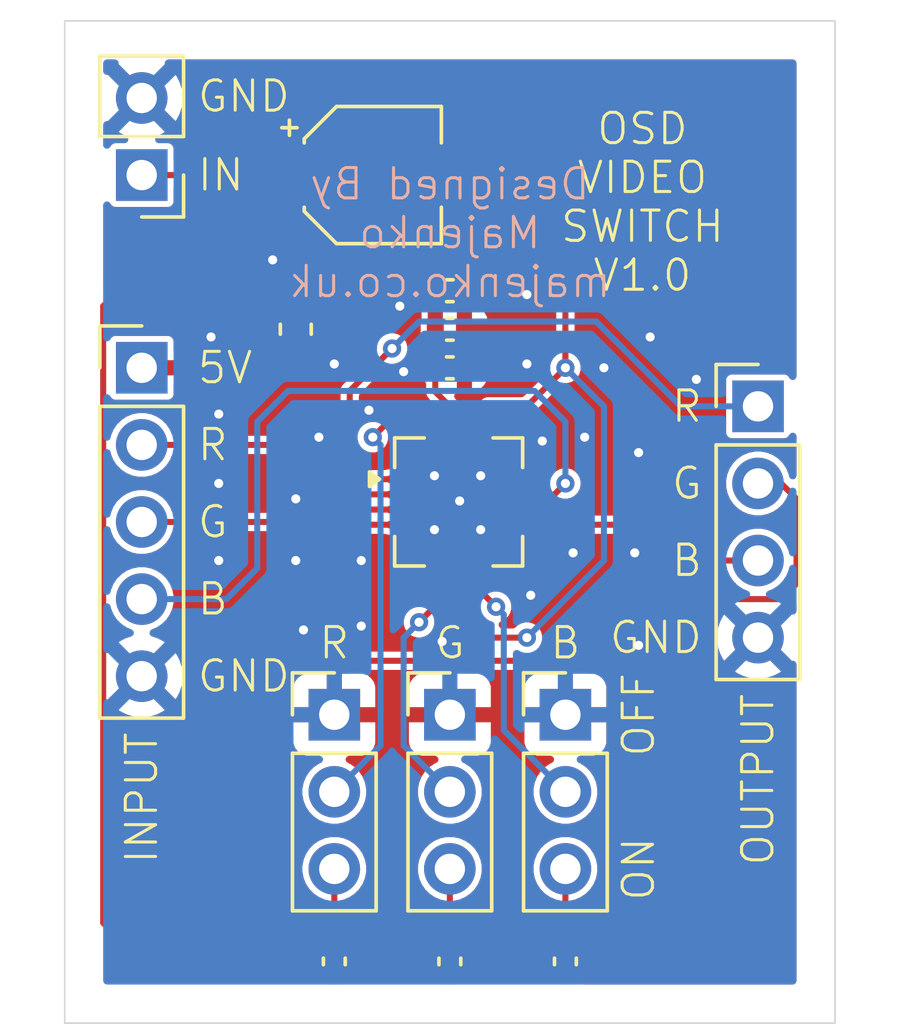
<source format=kicad_pcb>
(kicad_pcb (version 20241229) (generator "pcbnew") (generator_version "9.0")
  (layers (0 "F.Cu" signal) (2 "B.Cu" signal) (13 "F.Paste" user) (15 "B.Paste" user) (5 "F.SilkS" user "F.Silkscreen") (7 "B.SilkS" user "B.Silkscreen") (1 "F.Mask" user) (3 "B.Mask" user) (25 "Edge.Cuts" user))
  (net 0 "")
  (net 1 "+5V")
  (net 2 "GND")
  (net 3 "/GREEN_IN")
  (net 4 "/RED_IN")
  (net 5 "/BLUE_OUT")
  (net 6 "Net-(IC1-S2A)")
  (net 7 "Net-(IC1-S3A)")
  (net 8 "/OSD_VID")
  (net 9 "Net-(IC1-S1A)")
  (net 10 "/GREEN_OUT")
  (net 11 "/RED_OUT")
  (net 12 "/BLUE_IN")
  (net 13 "Net-(J1-Pin_3)")
  (net 14 "Net-(J2-Pin_3)")
  (net 15 "Net-(J3-Pin_3)")
  (net 16 "Net-(J4-Pin_1)")
  (footprint "Capacitor_SMD:C_0402_1005Metric" (layer "F.Cu") (at 165.1 90.17)
    (property "Reference" "C1" (hide yes))
    (property "Value" "1nF")
    (fp_line (start -0.107836 -0.36) (end 0.107836 -0.36) (stroke (width 0.12)) (layer "F.SilkS"))
    (fp_line (start -0.107836 0.36) (end 0.107836 0.36) (stroke (width 0.12)) (layer "F.SilkS"))
    (pad "1" smd roundrect (at -0.48 0) (size 0.56 0.62) (layers "F.Cu" "F.Mask" "F.Paste") (net 1 "+5V"))
    (pad "2" smd roundrect (at 0.48 0) (size 0.56 0.62) (layers "F.Cu" "F.Mask" "F.Paste") (net 2 "GND"))
  )
  (footprint "Capacitor_SMD:C_0402_1005Metric" (layer "F.Cu") (at 165.1 88.9)
    (property "Reference" "C2" (hide yes))
    (property "Value" "10nF")
    (fp_line (start -0.107836 -0.36) (end 0.107836 -0.36) (stroke (width 0.12)) (layer "F.SilkS"))
    (fp_line (start -0.107836 0.36) (end 0.107836 0.36) (stroke (width 0.12)) (layer "F.SilkS"))
    (pad "1" smd roundrect (at -0.48 0) (size 0.56 0.62) (layers "F.Cu" "F.Mask" "F.Paste") (net 1 "+5V"))
    (pad "2" smd roundrect (at 0.48 0) (size 0.56 0.62) (layers "F.Cu" "F.Mask" "F.Paste") (net 2 "GND"))
  )
  (footprint "Capacitor_SMD:CP_Elec_4x5.4" (layer "F.Cu") (at 162.56 83.82)
    (property "Reference" "C4" (hide yes))
    (property "Value" "1uF")
    (fp_line (start -3 -1.56) (end -2.5 -1.56) (stroke (width 0.12)) (layer "F.SilkS"))
    (fp_line (start -2.75 -1.81) (end -2.75 -1.31) (stroke (width 0.12)) (layer "F.SilkS"))
    (fp_line (start -2.26 -1.195563) (end -2.26 -1.06) (stroke (width 0.12)) (layer "F.SilkS"))
    (fp_line (start -2.26 -1.195563) (end -1.195563 -2.26) (stroke (width 0.12)) (layer "F.SilkS"))
    (fp_line (start -2.26 1.195563) (end -2.26 1.06) (stroke (width 0.12)) (layer "F.SilkS"))
    (fp_line (start -2.26 1.195563) (end -1.195563 2.26) (stroke (width 0.12)) (layer "F.SilkS"))
    (fp_line (start -1.195563 -2.26) (end 2.26 -2.26) (stroke (width 0.12)) (layer "F.SilkS"))
    (fp_line (start -1.195563 2.26) (end 2.26 2.26) (stroke (width 0.12)) (layer "F.SilkS"))
    (fp_line (start 2.26 -2.26) (end 2.26 -1.06) (stroke (width 0.12)) (layer "F.SilkS"))
    (fp_line (start 2.26 2.26) (end 2.26 1.06) (stroke (width 0.12)) (layer "F.SilkS"))
    (pad "1" smd roundrect (at -1.8 0) (size 2.6 1.6) (layers "F.Cu" "F.Mask" "F.Paste") (roundrect_rratio 0.15625) (net 1 "+5V"))
    (pad "2" smd roundrect (at 1.8 0) (size 2.6 1.6) (layers "F.Cu" "F.Mask" "F.Paste") (roundrect_rratio 0.15625) (net 2 "GND"))
  )
  (footprint "Inductor_SMD:L_0603_1608Metric" (layer "F.Cu") (at 160.02 88.9 90)
    (property "Reference" "L1" (hide yes))
    (property "Value" "L_Ferrite")
    (fp_line (start -0.162779 -0.51) (end 0.162779 -0.51) (stroke (width 0.12)) (layer "F.SilkS"))
    (fp_line (start -0.162779 0.51) (end 0.162779 0.51) (stroke (width 0.12)) (layer "F.SilkS"))
    (pad "1" smd roundrect (at -0.7875 0 90) (size 0.875 0.95) (layers "F.Cu" "F.Mask" "F.Paste") (net 16 "Net-(J4-Pin_1)"))
    (pad "2" smd roundrect (at 0.7875 0 90) (size 0.875 0.95) (layers "F.Cu" "F.Mask" "F.Paste") (net 1 "+5V"))
  )
  (footprint "Connector_PinHeader_2.54mm:PinHeader_1x05_P2.54mm_Vertical" (layer "F.Cu") (at 154.94 90.17)
    (property "Reference" "J4" (hide yes))
    (property "Value" "Conn_01x05")
    (fp_line (start -1.38 -1.38) (end 0 -1.38) (stroke (width 0.12)) (layer "F.SilkS"))
    (fp_line (start -1.38 0) (end -1.38 -1.38) (stroke (width 0.12)) (layer "F.SilkS"))
    (fp_line (start -1.38 1.27) (end -1.38 11.54) (stroke (width 0.12)) (layer "F.SilkS"))
    (fp_line (start -1.38 1.27) (end 1.38 1.27) (stroke (width 0.12)) (layer "F.SilkS"))
    (fp_line (start -1.38 11.54) (end 1.38 11.54) (stroke (width 0.12)) (layer "F.SilkS"))
    (fp_line (start 1.38 1.27) (end 1.38 11.54) (stroke (width 0.12)) (layer "F.SilkS"))
    (pad "1" thru_hole rect (at 0 0) (size 1.7 1.7) (drill 1) (layers "*.Cu" "*.Mask") (net 16 "Net-(J4-Pin_1)"))
    (pad "2" thru_hole circle (at 0 2.54) (size 1.7 1.7) (drill 1) (layers "*.Cu" "*.Mask") (net 4 "/RED_IN"))
    (pad "3" thru_hole circle (at 0 5.08) (size 1.7 1.7) (drill 1) (layers "*.Cu" "*.Mask") (net 3 "/GREEN_IN"))
    (pad "4" thru_hole circle (at 0 7.62) (size 1.7 1.7) (drill 1) (layers "*.Cu" "*.Mask") (net 12 "/BLUE_IN"))
    (pad "5" thru_hole circle (at 0 10.16) (size 1.7 1.7) (drill 1) (layers "*.Cu" "*.Mask") (net 2 "GND"))
  )
  (footprint "Connector_PinHeader_2.54mm:PinHeader_1x03_P2.54mm_Vertical" (layer "F.Cu") (at 168.91 101.6)
    (property "Reference" "J3" (hide yes))
    (property "Value" "Conn_01x03_Pin")
    (fp_line (start -1.38 -1.38) (end 0 -1.38) (stroke (width 0.12)) (layer "F.SilkS"))
    (fp_line (start -1.38 0) (end -1.38 -1.38) (stroke (width 0.12)) (layer "F.SilkS"))
    (fp_line (start -1.38 1.27) (end -1.38 6.46) (stroke (width 0.12)) (layer "F.SilkS"))
    (fp_line (start -1.38 1.27) (end 1.38 1.27) (stroke (width 0.12)) (layer "F.SilkS"))
    (fp_line (start -1.38 6.46) (end 1.38 6.46) (stroke (width 0.12)) (layer "F.SilkS"))
    (fp_line (start 1.38 1.27) (end 1.38 6.46) (stroke (width 0.12)) (layer "F.SilkS"))
    (pad "1" thru_hole rect (at 0 0) (size 1.7 1.7) (drill 1) (layers "*.Cu" "*.Mask") (net 2 "GND"))
    (pad "2" thru_hole circle (at 0 2.54) (size 1.7 1.7) (drill 1) (layers "*.Cu" "*.Mask") (net 7 "Net-(IC1-S3A)"))
    (pad "3" thru_hole circle (at 0 5.08) (size 1.7 1.7) (drill 1) (layers "*.Cu" "*.Mask") (net 15 "Net-(J3-Pin_3)"))
  )
  (footprint "Capacitor_SMD:C_0402_1005Metric" (layer "F.Cu") (at 161.29 109.728 90)
    (property "Reference" "R2" (hide yes))
    (property "Value" "470R")
    (fp_line (start -0.107836 -0.36) (end 0.107836 -0.36) (stroke (width 0.12)) (layer "F.SilkS"))
    (fp_line (start -0.107836 0.36) (end 0.107836 0.36) (stroke (width 0.12)) (layer "F.SilkS"))
    (pad "1" smd roundrect (at -0.48 0 90) (size 0.56 0.62) (layers "F.Cu" "F.Mask" "F.Paste") (net 1 "+5V"))
    (pad "2" smd roundrect (at 0.48 0 90) (size 0.56 0.62) (layers "F.Cu" "F.Mask" "F.Paste") (net 13 "Net-(J1-Pin_3)"))
  )
  (footprint "Capacitor_SMD:C_0402_1005Metric" (layer "F.Cu") (at 168.91 109.728 90)
    (property "Reference" "R3" (hide yes))
    (property "Value" "470R")
    (fp_line (start -0.107836 -0.36) (end 0.107836 -0.36) (stroke (width 0.12)) (layer "F.SilkS"))
    (fp_line (start -0.107836 0.36) (end 0.107836 0.36) (stroke (width 0.12)) (layer "F.SilkS"))
    (pad "1" smd roundrect (at -0.48 0 90) (size 0.56 0.62) (layers "F.Cu" "F.Mask" "F.Paste") (net 1 "+5V"))
    (pad "2" smd roundrect (at 0.48 0 90) (size 0.56 0.62) (layers "F.Cu" "F.Mask" "F.Paste") (net 15 "Net-(J3-Pin_3)"))
  )
  (footprint "Connector_PinHeader_2.54mm:PinHeader_1x03_P2.54mm_Vertical" (layer "F.Cu") (at 161.29 101.6)
    (property "Reference" "J1" (hide yes))
    (property "Value" "Conn_01x03_Pin")
    (fp_line (start -1.38 -1.38) (end 0 -1.38) (stroke (width 0.12)) (layer "F.SilkS"))
    (fp_line (start -1.38 0) (end -1.38 -1.38) (stroke (width 0.12)) (layer "F.SilkS"))
    (fp_line (start -1.38 1.27) (end -1.38 6.46) (stroke (width 0.12)) (layer "F.SilkS"))
    (fp_line (start -1.38 1.27) (end 1.38 1.27) (stroke (width 0.12)) (layer "F.SilkS"))
    (fp_line (start -1.38 6.46) (end 1.38 6.46) (stroke (width 0.12)) (layer "F.SilkS"))
    (fp_line (start 1.38 1.27) (end 1.38 6.46) (stroke (width 0.12)) (layer "F.SilkS"))
    (pad "1" thru_hole rect (at 0 0) (size 1.7 1.7) (drill 1) (layers "*.Cu" "*.Mask") (net 2 "GND"))
    (pad "2" thru_hole circle (at 0 2.54) (size 1.7 1.7) (drill 1) (layers "*.Cu" "*.Mask") (net 9 "Net-(IC1-S1A)"))
    (pad "3" thru_hole circle (at 0 5.08) (size 1.7 1.7) (drill 1) (layers "*.Cu" "*.Mask") (net 13 "Net-(J1-Pin_3)"))
  )
  (footprint "Connector_PinHeader_2.54mm:PinHeader_1x04_P2.54mm_Vertical" (layer "F.Cu") (at 175.26 91.44)
    (property "Reference" "J5" (hide yes))
    (property "Value" "Conn_01x04")
    (fp_line (start -1.38 -1.38) (end 0 -1.38) (stroke (width 0.12)) (layer "F.SilkS"))
    (fp_line (start -1.38 0) (end -1.38 -1.38) (stroke (width 0.12)) (layer "F.SilkS"))
    (fp_line (start -1.38 1.27) (end -1.38 9) (stroke (width 0.12)) (layer "F.SilkS"))
    (fp_line (start -1.38 1.27) (end 1.38 1.27) (stroke (width 0.12)) (layer "F.SilkS"))
    (fp_line (start -1.38 9) (end 1.38 9) (stroke (width 0.12)) (layer "F.SilkS"))
    (fp_line (start 1.38 1.27) (end 1.38 9) (stroke (width 0.12)) (layer "F.SilkS"))
    (pad "1" thru_hole rect (at 0 0) (size 1.7 1.7) (drill 1) (layers "*.Cu" "*.Mask") (net 11 "/RED_OUT"))
    (pad "2" thru_hole circle (at 0 2.54) (size 1.7 1.7) (drill 1) (layers "*.Cu" "*.Mask") (net 10 "/GREEN_OUT"))
    (pad "3" thru_hole circle (at 0 5.08) (size 1.7 1.7) (drill 1) (layers "*.Cu" "*.Mask") (net 5 "/BLUE_OUT"))
    (pad "4" thru_hole circle (at 0 7.62) (size 1.7 1.7) (drill 1) (layers "*.Cu" "*.Mask") (net 2 "GND"))
  )
  (footprint "Capacitor_SMD:C_0402_1005Metric" (layer "F.Cu") (at 165.1 109.728 90)
    (property "Reference" "R1" (hide yes))
    (property "Value" "470R")
    (fp_line (start -0.107836 -0.36) (end 0.107836 -0.36) (stroke (width 0.12)) (layer "F.SilkS"))
    (fp_line (start -0.107836 0.36) (end 0.107836 0.36) (stroke (width 0.12)) (layer "F.SilkS"))
    (pad "1" smd roundrect (at -0.48 0 90) (size 0.56 0.62) (layers "F.Cu" "F.Mask" "F.Paste") (net 1 "+5V"))
    (pad "2" smd roundrect (at 0.48 0 90) (size 0.56 0.62) (layers "F.Cu" "F.Mask" "F.Paste") (net 14 "Net-(J2-Pin_3)"))
  )
  (footprint "Connector_PinHeader_2.54mm:PinHeader_1x03_P2.54mm_Vertical" (layer "F.Cu") (at 165.1 101.6)
    (property "Reference" "J2" (hide yes))
    (property "Value" "Conn_01x03_Pin")
    (fp_line (start -1.38 -1.38) (end 0 -1.38) (stroke (width 0.12)) (layer "F.SilkS"))
    (fp_line (start -1.38 0) (end -1.38 -1.38) (stroke (width 0.12)) (layer "F.SilkS"))
    (fp_line (start -1.38 1.27) (end -1.38 6.46) (stroke (width 0.12)) (layer "F.SilkS"))
    (fp_line (start -1.38 1.27) (end 1.38 1.27) (stroke (width 0.12)) (layer "F.SilkS"))
    (fp_line (start -1.38 6.46) (end 1.38 6.46) (stroke (width 0.12)) (layer "F.SilkS"))
    (fp_line (start 1.38 1.27) (end 1.38 6.46) (stroke (width 0.12)) (layer "F.SilkS"))
    (pad "1" thru_hole rect (at 0 0) (size 1.7 1.7) (drill 1) (layers "*.Cu" "*.Mask") (net 2 "GND"))
    (pad "2" thru_hole circle (at 0 2.54) (size 1.7 1.7) (drill 1) (layers "*.Cu" "*.Mask") (net 6 "Net-(IC1-S2A)"))
    (pad "3" thru_hole circle (at 0 5.08) (size 1.7 1.7) (drill 1) (layers "*.Cu" "*.Mask") (net 14 "Net-(J2-Pin_3)"))
  )
  (footprint "Capacitor_SMD:C_0402_1005Metric" (layer "F.Cu") (at 165.1 87.63)
    (property "Reference" "C3" (hide yes))
    (property "Value" "100nF")
    (fp_line (start -0.107836 -0.36) (end 0.107836 -0.36) (stroke (width 0.12)) (layer "F.SilkS"))
    (fp_line (start -0.107836 0.36) (end 0.107836 0.36) (stroke (width 0.12)) (layer "F.SilkS"))
    (pad "1" smd roundrect (at -0.48 0) (size 0.56 0.62) (layers "F.Cu" "F.Mask" "F.Paste") (net 1 "+5V"))
    (pad "2" smd roundrect (at 0.48 0) (size 0.56 0.62) (layers "F.Cu" "F.Mask" "F.Paste") (net 2 "GND"))
  )
  (footprint "Package_DFN_QFN:QFN-16-1EP_4x4mm_P0.5mm_EP2.45x2.45mm" (layer "F.Cu") (at 165.39 94.59)
    (property "Reference" "IC1" (hide yes))
    (property "Value" "ADG1633BCPZ-REEL7")
    (fp_line (start -2.11 -2.11) (end -1.135 -2.11) (stroke (width 0.12)) (layer "F.SilkS"))
    (fp_line (start -2.11 -1.135) (end -2.11 -2.11) (stroke (width 0.12)) (layer "F.SilkS"))
    (fp_line (start -2.11 2.11) (end -2.11 1.135) (stroke (width 0.12)) (layer "F.SilkS"))
    (fp_line (start -1.135 2.11) (end -2.11 2.11) (stroke (width 0.12)) (layer "F.SilkS"))
    (fp_line (start 1.135 -2.11) (end 2.11 -2.11) (stroke (width 0.12)) (layer "F.SilkS"))
    (fp_line (start 2.11 -2.11) (end 2.11 -1.135) (stroke (width 0.12)) (layer "F.SilkS"))
    (fp_line (start 2.11 1.135) (end 2.11 2.11) (stroke (width 0.12)) (layer "F.SilkS"))
    (fp_line (start 2.11 2.11) (end 1.135 2.11) (stroke (width 0.12)) (layer "F.SilkS"))
    (fp_poly (pts (xy -2.61 -0.75) (xy -2.94 -0.51) (xy -2.94 -0.99)) (stroke (width 0.12)) (fill yes) (layer "F.SilkS"))
    (pad "1" smd roundrect (at -1.95 -0.75) (size 0.8 0.25) (layers "F.Cu" "F.Mask" "F.Paste") (net 11 "/RED_OUT"))
    (pad "2" smd roundrect (at -1.95 -0.25) (size 0.8 0.25) (layers "F.Cu" "F.Mask" "F.Paste") (net 4 "/RED_IN"))
    (pad "3" smd roundrect (at -1.95 0.25) (size 0.8 0.25) (layers "F.Cu" "F.Mask" "F.Paste") (net 3 "/GREEN_IN"))
    (pad "4" smd roundrect (at -1.95 0.75) (size 0.8 0.25) (layers "F.Cu" "F.Mask" "F.Paste") (net 10 "/GREEN_OUT"))
    (pad "5" smd roundrect (at -0.75 1.95) (size 0.25 0.8) (layers "F.Cu" "F.Mask" "F.Paste") (net 6 "Net-(IC1-S2A)"))
    (pad "6" smd roundrect (at -0.25 1.95) (size 0.25 0.8) (layers "F.Cu" "F.Mask" "F.Paste") (net 8 "/OSD_VID"))
    (pad "7" smd roundrect (at 0.25 1.95) (size 0.25 0.8) (layers "F.Cu" "F.Mask" "F.Paste") (net 8 "/OSD_VID"))
    (pad "8" smd roundrect (at 0.75 1.95) (size 0.25 0.8) (layers "F.Cu" "F.Mask" "F.Paste") (net 7 "Net-(IC1-S3A)"))
    (pad "9" smd roundrect (at 1.95 0.75) (size 0.8 0.25) (layers "F.Cu" "F.Mask" "F.Paste") (net 5 "/BLUE_OUT"))
    (pad "10" smd roundrect (at 1.95 0.25) (size 0.8 0.25) (layers "F.Cu" "F.Mask" "F.Paste") (net 12 "/BLUE_IN"))
    (pad "11" smd roundrect (at 1.95 -0.25) (size 0.8 0.25) (layers "F.Cu" "F.Mask" "F.Paste") (net 2 "GND"))
    (pad "12" smd roundrect (at 1.95 -0.75) (size 0.8 0.25) (layers "F.Cu" "F.Mask" "F.Paste") (net 2 "GND"))
    (pad "13" smd roundrect (at 0.75 -1.95) (size 0.25 0.8) (layers "F.Cu" "F.Mask" "F.Paste") (net 8 "/OSD_VID"))
    (pad "14" smd roundrect (at 0.25 -1.95) (size 0.25 0.8) (layers "F.Cu" "F.Mask" "F.Paste") (net 2 "GND"))
    (pad "15" smd roundrect (at -0.25 -1.95) (size 0.25 0.8) (layers "F.Cu" "F.Mask" "F.Paste") (net 1 "+5V"))
    (pad "16" smd roundrect (at -0.75 -1.95) (size 0.25 0.8) (layers "F.Cu" "F.Mask" "F.Paste") (net 9 "Net-(IC1-S1A)"))
    (pad "17" smd rect (at 0 0) (size 2.45 2.45) (property pad_prop_heatsink) (layers "F.Cu" "F.Mask") (net 2 "GND"))
  )
  (footprint "Connector_PinHeader_2.54mm:PinHeader_1x02_P2.54mm_Vertical" (layer "F.Cu") (at 154.94 83.82 180)
    (property "Reference" "J6" (hide yes))
    (property "Value" "Conn_01x02")
    (fp_line (start 1.38 1.27) (end 1.38 3.92) (stroke (width 0.12)) (layer "F.SilkS"))
    (fp_line (start -1.38 3.92) (end 1.38 3.92) (stroke (width 0.12)) (layer "F.SilkS"))
    (fp_line (start -1.38 1.27) (end 1.38 1.27) (stroke (width 0.12)) (layer "F.SilkS"))
    (fp_line (start -1.38 1.27) (end -1.38 3.92) (stroke (width 0.12)) (layer "F.SilkS"))
    (fp_line (start -1.38 0) (end -1.38 -1.38) (stroke (width 0.12)) (layer "F.SilkS"))
    (fp_line (start -1.38 -1.38) (end 0 -1.38) (stroke (width 0.12)) (layer "F.SilkS"))
    (pad "1" thru_hole rect (at 0 0 180) (size 1.7 1.7) (drill 1) (layers "*.Cu" "*.Mask") (net 8 "/OSD_VID"))
    (pad "2" thru_hole circle (at 0 2.54 180) (size 1.7 1.7) (drill 1) (layers "*.Cu" "*.Mask") (net 2 "GND"))
  )
  (gr_line (start 152.4 111.76) (end 152.4 78.74) (stroke (width 0.05)) (layer "Edge.Cuts"))
  (gr_line (start 152.4 78.74) (end 177.8 78.74) (stroke (width 0.05)) (layer "Edge.Cuts"))
  (gr_line (start 177.8 111.76) (end 152.4 111.76) (stroke (width 0.05)) (layer "Edge.Cuts"))
  (gr_line (start 177.8 78.74) (end 177.8 111.76) (stroke (width 0.05)) (layer "Edge.Cuts"))
  (gr_text "G" (at 156.718 95.25 0) (layer "F.SilkS") (effects (font (size 1 1) (thickness 0.1)) (justify left)))
  (gr_text "G" (at 165.1 99.822 0) (layer "F.SilkS") (effects (font (size 1 1) (thickness 0.1)) (justify bottom)))
  (gr_text "GND" (at 173.482 99.06 0) (layer "F.SilkS") (effects (font (size 1 1) (thickness 0.1)) (justify right)))
  (gr_text "ON" (at 171.323 106.68 90) (layer "F.SilkS") (effects (font (size 1 1) (thickness 0.1))))
  (gr_text "R" (at 173.482 91.44 0) (layer "F.SilkS") (effects (font (size 1 1) (thickness 0.1)) (justify right)))
  (gr_text "B" (at 173.482 96.52 0) (layer "F.SilkS") (effects (font (size 1 1) (thickness 0.1)) (justify right)))
  (gr_text "B" (at 168.91 99.822 0) (layer "F.SilkS") (effects (font (size 1 1) (thickness 0.1)) (justify bottom)))
  (gr_text "B" (at 156.718 97.79 0) (layer "F.SilkS") (effects (font (size 1 1) (thickness 0.1)) (justify left)))
  (gr_text "GND" (at 156.718 81.225 0) (layer "F.SilkS") (effects (font (size 1 1) (thickness 0.1)) (justify left)))
  (gr_text "5V" (at 156.718 90.17 0) (layer "F.SilkS") (effects (font (size 1 1) (thickness 0.1)) (justify left)))
  (gr_text "G" (at 173.482 93.98 0) (layer "F.SilkS") (effects (font (size 1 1) (thickness 0.1)) (justify right)))
  (gr_text "R" (at 161.29 99.822 0) (layer "F.SilkS") (effects (font (size 1 1) (thickness 0.1)) (justify bottom)))
  (gr_text "R" (at 156.718 92.71 0) (layer "F.SilkS") (effects (font (size 1 1) (thickness 0.1)) (justify left)))
  (gr_text "INPUT" (at 154.94 102.108 90) (layer "F.SilkS") (effects (font (size 1 1) (thickness 0.1)) (justify right)))
  (gr_text "IN" (at 156.718 83.82 0) (layer "F.SilkS") (effects (font (size 1 1) (thickness 0.1)) (justify left)))
  (gr_text "OUTPUT" (at 175.26 100.838 90) (layer "F.SilkS") (effects (font (size 1 1) (thickness 0.1)) (justify right)))
  (gr_text "OFF" (at 171.323 101.6 90) (layer "F.SilkS") (effects (font (size 1 1) (thickness 0.1))))
  (gr_text "GND" (at 156.718 100.33 0) (layer "F.SilkS") (effects (font (size 1 1) (thickness 0.1)) (justify left)))
  (gr_text "OSD\nVIDEO\nSWITCH\nV1.0" (at 171.45 84.709 0) (layer "F.SilkS") (effects (font (size 1 1) (thickness 0.1))))
  (gr_text "Designed By\nMajenko\nmajenko.co.uk" (at 165.1 85.725 0) (layer "B.SilkS") (effects (font (size 1 1) (thickness 0.1)) (justify mirror)))
  (segment (start 158.496 86.36) (end 158.496 84.312) (width 0.2) (layer "F.Cu") (net 1))
  (segment (start 164.62 87.68) (end 164.62 90.17) (width 0.5) (layer "F.Cu") (net 1))
  (segment (start 165.14 91.48) (end 164.62 90.96) (width 0.2) (layer "F.Cu") (net 1))
  (segment (start 168.91 110.208) (end 161.29 110.208) (width 0.2) (layer "F.Cu") (net 1))
  (segment (start 160.02 88.1125) (end 160.02 84.56) (width 0.5) (layer "F.Cu") (net 1))
  (segment (start 158.496 84.312) (end 158.988 83.82) (width 0.2) (layer "F.Cu") (net 1))
  (segment (start 158.988 83.82) (end 160.76 83.82) (width 0.2) (layer "F.Cu") (net 1))
  (segment (start 160.76 83.82) (end 164.57 87.63) (width 0.5) (layer "F.Cu") (net 1))
  (segment (start 154.432 87.376) (end 157.48 87.376) (width 0.2) (layer "F.Cu") (net 1))
  (segment (start 160.02 84.56) (end 160.76 83.82) (width 0.5) (layer "F.Cu") (net 1))
  (segment (start 164.57 87.63) (end 164.62 87.63) (width 0.5) (layer "F.Cu") (net 1))
  (segment (start 153.67 108.458) (end 153.67 88.138) (width 0.2) (layer "F.Cu") (net 1))
  (segment (start 164.62 90.96) (end 164.62 90.17) (width 0.2) (layer "F.Cu") (net 1))
  (segment (start 165.14 92.64) (end 165.14 92.224202) (width 0.2) (layer "F.Cu") (net 1))
  (segment (start 161.29 110.208) (end 155.42 110.208) (width 0.2) (layer "F.Cu") (net 1))
  (segment (start 165.14 92.64) (end 165.14 91.48) (width 0.2) (layer "F.Cu") (net 1))
  (segment (start 157.48 87.376) (end 158.496 86.36) (width 0.2) (layer "F.Cu") (net 1))
  (segment (start 155.42 110.208) (end 153.67 108.458) (width 0.2) (layer "F.Cu") (net 1))
  (segment (start 164.57 87.63) (end 164.62 87.68) (width 0.5) (layer "F.Cu") (net 1))
  (segment (start 153.67 88.138) (end 154.432 87.376) (width 0.2) (layer "F.Cu") (net 1))
  (segment (start 166.14 93.84) (end 165.39 94.59) (width 0.2) (layer "F.Cu") (net 2))
  (segment (start 165.64 92.64) (end 165.64 94.34) (width 0.2) (layer "F.Cu") (net 2))
  (segment (start 167.34 94.34) (end 165.64 94.34) (width 0.2) (layer "F.Cu") (net 2))
  (segment (start 165.64 94.34) (end 165.423 94.557) (width 0.2) (layer "F.Cu") (net 2))
  (segment (start 167.34 93.84) (end 166.14 93.84) (width 0.2) (layer "F.Cu") (net 2))
  (segment (start 165.423 94.557) (end 165.39 94.59) (width 0.2) (layer "F.Cu") (net 2))
  (via (at 161.29 90.043) (size 0.6) (drill 0.3) (layers "F.Cu" "B.Cu") (net 2))
  (via (at 166.116 93.726) (size 0.6) (drill 0.3) (layers "F.Cu" "B.Cu") (net 2))
  (via (at 169.545 92.456) (size 0.6) (drill 0.3) (layers "F.Cu" "B.Cu") (net 2))
  (via (at 165.423 94.557) (size 0.6) (drill 0.3) (layers "F.Cu" "B.Cu") (net 2))
  (via (at 171.323 99.314) (size 0.6) (drill 0.3) (layers "F.Cu" "B.Cu") (net 2))
  (via (at 164.592 93.726) (size 0.6) (drill 0.3) (layers "F.Cu" "B.Cu") (net 2))
  (via (at 168.148 92.583) (size 0.6) (drill 0.3) (layers "F.Cu" "B.Cu") (net 2))
  (via (at 162.179 98.679) (size 0.6) (drill 0.3) (layers "F.Cu" "B.Cu") (net 2))
  (via (at 173.228 90.551) (size 0.6) (drill 0.3) (layers "F.Cu" "B.Cu") (net 2))
  (via (at 157.226 89.154) (size 0.6) (drill 0.3) (layers "F.Cu" "B.Cu") (net 2))
  (via (at 163.449 88.138) (size 0.6) (drill 0.3) (layers "F.Cu" "B.Cu") (net 2))
  (via (at 162.179 96.52) (size 0.6) (drill 0.3) (layers "F.Cu" "B.Cu") (net 2))
  (via (at 167.767 97.663) (size 0.6) (drill 0.3) (layers "F.Cu" "B.Cu") (net 2))
  (via (at 160.02 94.488) (size 0.6) (drill 0.3) (layers "F.Cu" "B.Cu") (net 2))
  (via (at 157.48 93.98) (size 0.6) (drill 0.3) (layers "F.Cu" "B.Cu") (net 2))
  (via (at 157.48 96.52) (size 0.6) (drill 0.3) (layers "F.Cu" "B.Cu") (net 2))
  (via (at 162.433 91.567) (size 0.6) (drill 0.3) (layers "F.Cu" "B.Cu") (net 2))
  (via (at 157.48 91.694) (size 0.6) (drill 0.3) (layers "F.Cu" "B.Cu") (net 2))
  (via (at 160.782 92.456) (size 0.6) (drill 0.3) (layers "F.Cu" "B.Cu") (net 2))
  (via (at 163.576 90.297) (size 0.6) (drill 0.3) (layers "F.Cu" "B.Cu") (net 2))
  (via (at 159.258 86.614) (size 0.6) (drill 0.3) (layers "F.Cu" "B.Cu") (net 2))
  (via (at 164.846 99.187) (size 0.6) (drill 0.3) (layers "F.Cu" "B.Cu") (net 2))
  (via (at 171.704 89.154) (size 0.6) (drill 0.3) (layers "F.Cu" "B.Cu") (net 2))
  (via (at 167.64 90.043) (size 0.6) (drill 0.3) (layers "F.Cu" "B.Cu") (net 2))
  (via (at 167.64 87.757) (size 0.6) (drill 0.3) (layers "F.Cu" "B.Cu") (net 2))
  (via (at 169.164 96.266) (size 0.6) (drill 0.3) (layers "F.Cu" "B.Cu") (net 2))
  (via (at 160.02 96.52) (size 0.6) (drill 0.3) (layers "F.Cu" "B.Cu") (net 2))
  (via (at 171.323 92.964) (size 0.6) (drill 0.3) (layers "F.Cu" "B.Cu") (net 2))
  (via (at 160.274 98.806) (size 0.6) (drill 0.3) (layers "F.Cu" "B.Cu") (net 2))
  (via (at 166.116 95.504) (size 0.6) (drill 0.3) (layers "F.Cu" "B.Cu") (net 2))
  (via (at 171.196 96.266) (size 0.6) (drill 0.3) (layers "F.Cu" "B.Cu") (net 2))
  (via (at 170.18 90.17) (size 0.6) (drill 0.3) (layers "F.Cu" "B.Cu") (net 2))
  (via (at 164.592 95.504) (size 0.6) (drill 0.3) (layers "F.Cu" "B.Cu") (net 2))
  (segment (start 163.44 94.84) (end 161.7 94.84) (width 0.2) (layer "F.Cu") (net 3))
  (segment (start 161.29 95.25) (end 154.94 95.25) (width 0.2) (layer "F.Cu") (net 3))
  (segment (start 161.7 94.84) (end 161.29 95.25) (width 0.2) (layer "F.Cu") (net 3))
  (segment (start 159.512 92.71) (end 161.142 94.34) (width 0.2) (layer "F.Cu") (net 4))
  (segment (start 154.94 92.71) (end 159.512 92.71) (width 0.2) (layer "F.Cu") (net 4))
  (segment (start 161.142 94.34) (end 163.44 94.34) (width 0.2) (layer "F.Cu") (net 4))
  (segment (start 171.54 95.34) (end 172.72 96.52) (width 0.2) (layer "F.Cu") (net 5))
  (segment (start 172.72 96.52) (end 175.26 96.52) (width 0.2) (layer "F.Cu") (net 5))
  (segment (start 167.34 95.34) (end 171.54 95.34) (width 0.2) (layer "F.Cu") (net 5))
  (segment (start 164.64 97.996) (end 164.084 98.552) (width 0.2) (layer "F.Cu") (net 6))
  (segment (start 164.64 96.54) (end 164.64 97.996) (width 0.2) (layer "F.Cu") (net 6))
  (via (at 164.084 98.552) (size 0.6) (drill 0.3) (layers "F.Cu" "B.Cu") (net 6))
  (segment (start 164.084 98.552) (end 163.576 99.06) (width 0.2) (layer "B.Cu") (net 6))
  (segment (start 163.576 102.616) (end 165.1 104.14) (width 0.2) (layer "B.Cu") (net 6))
  (segment (start 163.576 99.06) (end 163.576 102.616) (width 0.2) (layer "B.Cu") (net 6))
  (segment (start 166.14 96.54) (end 166.14 97.56) (width 0.2) (layer "F.Cu") (net 7))
  (segment (start 166.14 97.56) (end 166.624 98.044) (width 0.2) (layer "F.Cu") (net 7))
  (via (at 166.624 98.044) (size 0.6) (drill 0.3) (layers "F.Cu" "B.Cu") (net 7))
  (segment (start 166.624 98.044) (end 166.878 98.298) (width 0.2) (layer "B.Cu") (net 7))
  (segment (start 166.878 98.298) (end 166.878 102.108) (width 0.2) (layer "B.Cu") (net 7))
  (segment (start 166.878 102.108) (end 168.91 104.14) (width 0.2) (layer "B.Cu") (net 7))
  (segment (start 167.64 91.44) (end 166.37 91.44) (width 0.2) (layer "F.Cu") (net 8))
  (segment (start 165.14 96.54) (end 165.14 97.83) (width 0.2) (layer "F.Cu") (net 8))
  (segment (start 165.64 96.54) (end 165.64 98.33) (width 0.2) (layer "F.Cu") (net 8))
  (segment (start 167.64 99.06) (end 166.37 99.06) (width 0.2) (layer "F.Cu") (net 8))
  (segment (start 166.14 91.67) (end 166.37 91.44) (width 0.2) (layer "F.Cu") (net 8))
  (segment (start 168.91 82.55) (end 168.91 90.17) (width 0.2) (layer "F.Cu") (net 8))
  (segment (start 166.14 92.64) (end 166.14 91.67) (width 0.2) (layer "F.Cu") (net 8))
  (segment (start 165.14 97.83) (end 165.64 98.33) (width 0.2) (layer "F.Cu") (net 8))
  (segment (start 154.94 83.82) (end 156.21 83.82) (width 0.2) (layer "F.Cu") (net 8))
  (segment (start 158.75 81.28) (end 167.64 81.28) (width 0.2) (layer "F.Cu") (net 8))
  (segment (start 167.64 81.28) (end 168.91 82.55) (width 0.2) (layer "F.Cu") (net 8))
  (segment (start 168.91 90.17) (end 168.91 88.9) (width 0.2) (layer "F.Cu") (net 8))
  (segment (start 156.21 83.82) (end 158.75 81.28) (width 0.2) (layer "F.Cu") (net 8))
  (segment (start 165.64 98.33) (end 166.37 99.06) (width 0.2) (layer "F.Cu") (net 8))
  (segment (start 168.91 90.17) (end 167.64 91.44) (width 0.2) (layer "F.Cu") (net 8))
  (via (at 167.64 99.06) (size 0.6) (drill 0.3) (layers "F.Cu" "B.Cu") (net 8))
  (via (at 168.91 90.17) (size 0.6) (drill 0.3) (layers "F.Cu" "B.Cu") (net 8))
  (segment (start 170.18 91.44) (end 170.18 96.52) (width 0.2) (layer "B.Cu") (net 8))
  (segment (start 168.91 90.17) (end 170.18 91.44) (width 0.2) (layer "B.Cu") (net 8))
  (segment (start 170.18 96.52) (end 167.64 99.06) (width 0.2) (layer "B.Cu") (net 8))
  (segment (start 164.64 92.64) (end 164.64 91.996) (width 0.2) (layer "F.Cu") (net 9))
  (segment (start 164.338 91.694) (end 163.322 91.694) (width 0.2) (layer "F.Cu") (net 9))
  (segment (start 164.64 91.996) (end 164.338 91.694) (width 0.2) (layer "F.Cu") (net 9))
  (segment (start 163.322 91.694) (end 162.56 92.456) (width 0.2) (layer "F.Cu") (net 9))
  (via (at 162.56 92.456) (size 0.6) (drill 0.3) (layers "F.Cu" "B.Cu") (net 9))
  (segment (start 162.814 102.616) (end 161.29 104.14) (width 0.2) (layer "B.Cu") (net 9))
  (segment (start 162.56 92.456) (end 162.814 92.71) (width 0.2) (layer "B.Cu") (net 9))
  (segment (start 162.814 92.71) (end 162.814 102.616) (width 0.2) (layer "B.Cu") (net 9))
  (segment (start 171.45 97.79) (end 169.418 99.822) (width 0.2) (layer "F.Cu") (net 10))
  (segment (start 176.53 97.282) (end 176.022 97.79) (width 0.2) (layer "F.Cu") (net 10))
  (segment (start 175.26 93.98) (end 176.022 93.98) (width 0.2) (layer "F.Cu") (net 10))
  (segment (start 161.544 96.012) (end 162.216 95.34) (width 0.2) (layer "F.Cu") (net 10))
  (segment (start 162.052 99.822) (end 161.544 99.314) (width 0.2) (layer "F.Cu") (net 10))
  (segment (start 176.022 97.79) (end 171.45 97.79) (width 0.2) (layer "F.Cu") (net 10))
  (segment (start 169.418 99.822) (end 162.052 99.822) (width 0.2) (layer "F.Cu") (net 10))
  (segment (start 176.022 93.98) (end 176.53 94.488) (width 0.2) (layer "F.Cu") (net 10))
  (segment (start 161.544 99.314) (end 161.544 96.012) (width 0.2) (layer "F.Cu") (net 10))
  (segment (start 162.216 95.34) (end 163.44 95.34) (width 0.2) (layer "F.Cu") (net 10))
  (segment (start 176.53 94.488) (end 176.53 97.282) (width 0.2) (layer "F.Cu") (net 10))
  (segment (start 162.166 93.84) (end 163.44 93.84) (width 0.2) (layer "F.Cu") (net 11))
  (segment (start 161.798 90.932) (end 161.798 93.472) (width 0.2) (layer "F.Cu") (net 11))
  (segment (start 161.798 93.472) (end 162.166 93.84) (width 0.2) (layer "F.Cu") (net 11))
  (segment (start 163.195 89.535) (end 161.798 90.932) (width 0.2) (layer "F.Cu") (net 11))
  (via (at 163.195 89.535) (size 0.6) (drill 0.3) (layers "F.Cu" "B.Cu") (net 11))
  (segment (start 172.72 91.44) (end 175.26 91.44) (width 0.2) (layer "B.Cu") (net 11))
  (segment (start 164.084 88.646) (end 169.926 88.646) (width 0.2) (layer "B.Cu") (net 11))
  (segment (start 169.926 88.646) (end 172.72 91.44) (width 0.2) (layer "B.Cu") (net 11))
  (segment (start 163.195 89.535) (end 164.084 88.646) (width 0.2) (layer "B.Cu") (net 11))
  (segment (start 168.05 94.84) (end 168.91 93.98) (width 0.2) (layer "F.Cu") (net 12))
  (segment (start 167.34 94.84) (end 168.05 94.84) (width 0.2) (layer "F.Cu") (net 12))
  (via (at 168.91 93.98) (size 0.6) (drill 0.3) (layers "F.Cu" "B.Cu") (net 12))
  (segment (start 158.75 91.948) (end 159.766 90.932) (width 0.2) (layer "B.Cu") (net 12))
  (segment (start 167.894 90.932) (end 168.91 91.948) (width 0.2) (layer "B.Cu") (net 12))
  (segment (start 168.91 91.948) (end 168.91 93.98) (width 0.2) (layer "B.Cu") (net 12))
  (segment (start 157.734 97.79) (end 158.75 96.774) (width 0.2) (layer "B.Cu") (net 12))
  (segment (start 154.94 97.536) (end 154.94 97.79) (width 0.2) (layer "B.Cu") (net 12))
  (segment (start 158.75 96.774) (end 158.75 91.948) (width 0.2) (layer "B.Cu") (net 12))
  (segment (start 154.94 97.79) (end 157.734 97.79) (width 0.2) (layer "B.Cu") (net 12))
  (segment (start 159.766 90.932) (end 167.894 90.932) (width 0.2) (layer "B.Cu") (net 12))
  (segment (start 161.29 106.68) (end 161.29 109.248) (width 0.2) (layer "F.Cu") (net 13))
  (segment (start 165.1 109.248) (end 165.1 106.68) (width 0.2) (layer "F.Cu") (net 14))
  (segment (start 168.91 106.68) (end 168.91 109.248) (width 0.2) (layer "F.Cu") (net 15))
  (segment (start 154.94 90.17) (end 159.5375 90.17) (width 0.5) (layer "F.Cu") (net 16))
  (segment (start 159.5375 90.17) (end 160.02 89.6875) (width 0.5) (layer "F.Cu") (net 16))
  (zone (net 2) (net_name "GND") (layers "F.Cu" "B.Cu") (connect_pads (clearance 0.15)) (min_thickness 0.25) (fill yes (thermal_gap 0.5) (thermal_bridge_width 0.5))
    (polygon (pts (xy 153.67 80.01) (xy 176.53 80.01) (xy 176.53 110.49) (xy 153.67 110.49)))
  )
)
</source>
